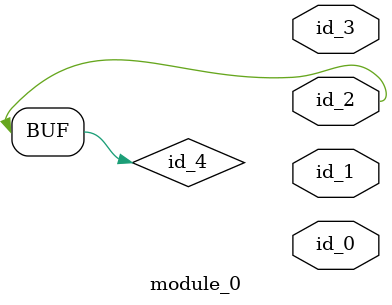
<source format=v>
`timescale 1 ps / 1ps
module module_0 (
    output id_0,
    output id_1,
    output id_2,
    output id_3
);
  assign id_2 = id_4;
endmodule

</source>
